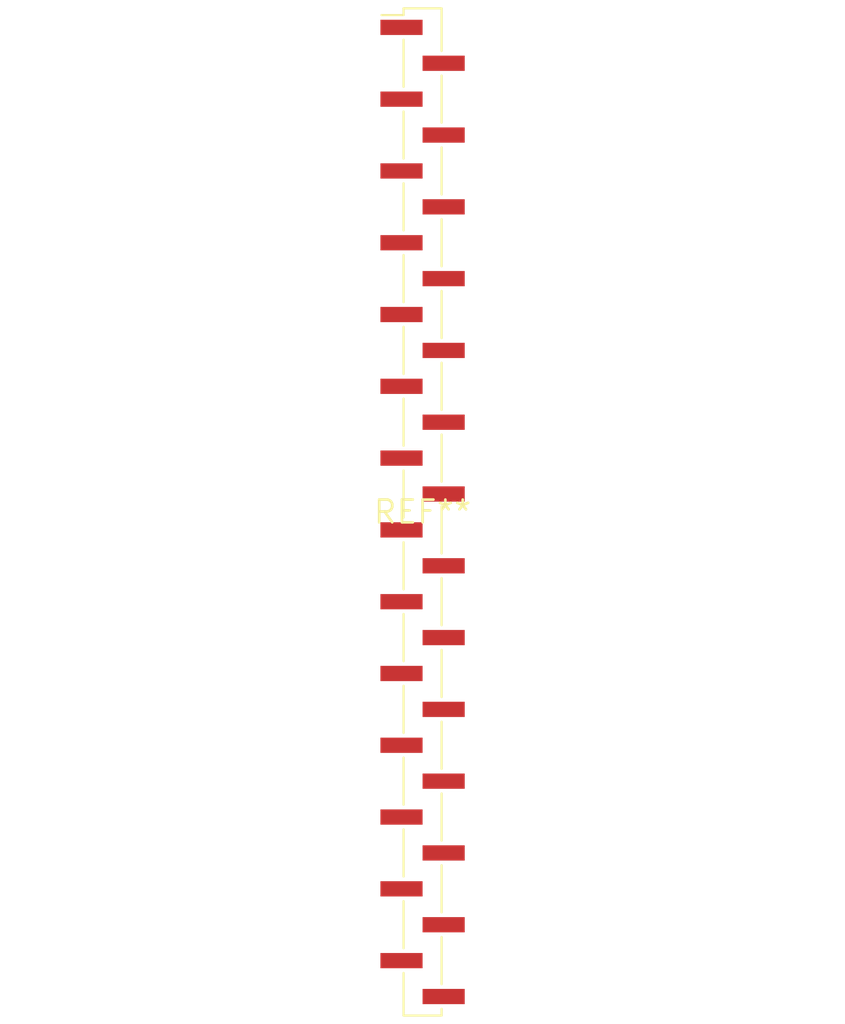
<source format=kicad_pcb>
(kicad_pcb (version 20240108) (generator pcbnew)
  (layers (0 "F.Cu" signal) (31 "B.Cu" signal) (34 "B.Paste" user) (35 "F.Paste" user) (36 "B.SilkS" user "B.Silkscreen") (37 "F.SilkS" user "F.Silkscreen") (38 "B.Mask" user) (39 "F.Mask" user) (44 "Edge.Cuts" user))
  (net 0 "")
  (footprint "PinHeader_1x28_P2.00mm_Vertical_SMD_Pin1Left" (layer "F.Cu") (at 0 0)
    (property "Reference" "REF**")
    (property "Value" "PinHeader_1x28_P2.00mm_Vertical_SMD_Pin1Left")
    (fp_line (start -1.06 -28.06) (end -1.06 -27.685) (layer "F.SilkS") (stroke (width 0.12)))
    (fp_line (start -1.06 -28.06) (end 1.06 -28.06) (layer "F.SilkS") (stroke (width 0.12)))
    (fp_line (start -1.06 -27.685) (end -2.29 -27.685) (layer "F.SilkS") (stroke (width 0.12)))
    (fp_line (start -1.06 -26.315) (end -1.06 -23.685) (layer "F.SilkS") (stroke (width 0.12)))
    (fp_line (start -1.06 -22.315) (end -1.06 -19.685) (layer "F.SilkS") (stroke (width 0.12)))
    (fp_line (start -1.06 -18.315) (end -1.06 -15.685) (layer "F.SilkS") (stroke (width 0.12)))
    (fp_line (start -1.06 -14.315) (end -1.06 -11.685) (layer "F.SilkS") (stroke (width 0.12)))
    (fp_line (start -1.06 -10.315) (end -1.06 -7.685) (layer "F.SilkS") (stroke (width 0.12)))
    (fp_line (start -1.06 -6.315) (end -1.06 -3.685) (layer "F.SilkS") (stroke (width 0.12)))
    (fp_line (start -1.06 -2.315) (end -1.06 0.315) (layer "F.SilkS") (stroke (width 0.12)))
    (fp_line (start -1.06 1.685) (end -1.06 4.315) (layer "F.SilkS") (stroke (width 0.12)))
    (fp_line (start -1.06 5.685) (end -1.06 8.315) (layer "F.SilkS") (stroke (width 0.12)))
    (fp_line (start -1.06 9.685) (end -1.06 12.315) (layer "F.SilkS") (stroke (width 0.12)))
    (fp_line (start -1.06 13.685) (end -1.06 16.315) (layer "F.SilkS") (stroke (width 0.12)))
    (fp_line (start -1.06 17.685) (end -1.06 20.315) (layer "F.SilkS") (stroke (width 0.12)))
    (fp_line (start -1.06 21.685) (end -1.06 24.315) (layer "F.SilkS") (stroke (width 0.12)))
    (fp_line (start -1.06 25.685) (end -1.06 28.06) (layer "F.SilkS") (stroke (width 0.12)))
    (fp_line (start -1.06 28.06) (end 1.06 28.06) (layer "F.SilkS") (stroke (width 0.12)))
    (fp_line (start 1.06 -28.06) (end 1.06 -25.685) (layer "F.SilkS") (stroke (width 0.12)))
    (fp_line (start 1.06 -24.315) (end 1.06 -21.685) (layer "F.SilkS") (stroke (width 0.12)))
    (fp_line (start 1.06 -20.315) (end 1.06 -17.685) (layer "F.SilkS") (stroke (width 0.12)))
    (fp_line (start 1.06 -16.315) (end 1.06 -13.685) (layer "F.SilkS") (stroke (width 0.12)))
    (fp_line (start 1.06 -12.315) (end 1.06 -9.685) (layer "F.SilkS") (stroke (width 0.12)))
    (fp_line (start 1.06 -8.315) (end 1.06 -5.685) (layer "F.SilkS") (stroke (width 0.12)))
    (fp_line (start 1.06 -4.315) (end 1.06 -1.685) (layer "F.SilkS") (stroke (width 0.12)))
    (fp_line (start 1.06 -0.315) (end 1.06 2.315) (layer "F.SilkS") (stroke (width 0.12)))
    (fp_line (start 1.06 3.685) (end 1.06 6.315) (layer "F.SilkS") (stroke (width 0.12)))
    (fp_line (start 1.06 7.685) (end 1.06 10.315) (layer "F.SilkS") (stroke (width 0.12)))
    (fp_line (start 1.06 11.685) (end 1.06 14.315) (layer "F.SilkS") (stroke (width 0.12)))
    (fp_line (start 1.06 15.685) (end 1.06 18.315) (layer "F.SilkS") (stroke (width 0.12)))
    (fp_line (start 1.06 19.685) (end 1.06 22.315) (layer "F.SilkS") (stroke (width 0.12)))
    (fp_line (start 1.06 23.685) (end 1.06 26.315) (layer "F.SilkS") (stroke (width 0.12)))
    (fp_line (start 1.06 27.685) (end 1.06 28.06) (layer "F.SilkS") (stroke (width 0.12)))
    (pad "1" smd rect (at -1.175 -27) (size 2.35 0.85) (layers "F.Cu" "F.Paste" "F.Mask"))
    (pad "2" smd rect (at 1.175 -25) (size 2.35 0.85) (layers "F.Cu" "F.Paste" "F.Mask"))
    (pad "3" smd rect (at -1.175 -23) (size 2.35 0.85) (layers "F.Cu" "F.Paste" "F.Mask"))
    (pad "4" smd rect (at 1.175 -21) (size 2.35 0.85) (layers "F.Cu" "F.Paste" "F.Mask"))
    (pad "5" smd rect (at -1.175 -19) (size 2.35 0.85) (layers "F.Cu" "F.Paste" "F.Mask"))
    (pad "6" smd rect (at 1.175 -17) (size 2.35 0.85) (layers "F.Cu" "F.Paste" "F.Mask"))
    (pad "7" smd rect (at -1.175 -15) (size 2.35 0.85) (layers "F.Cu" "F.Paste" "F.Mask"))
    (pad "8" smd rect (at 1.175 -13) (size 2.35 0.85) (layers "F.Cu" "F.Paste" "F.Mask"))
    (pad "9" smd rect (at -1.175 -11) (size 2.35 0.85) (layers "F.Cu" "F.Paste" "F.Mask"))
    (pad "10" smd rect (at 1.175 -9) (size 2.35 0.85) (layers "F.Cu" "F.Paste" "F.Mask"))
    (pad "11" smd rect (at -1.175 -7) (size 2.35 0.85) (layers "F.Cu" "F.Paste" "F.Mask"))
    (pad "12" smd rect (at 1.175 -5) (size 2.35 0.85) (layers "F.Cu" "F.Paste" "F.Mask"))
    (pad "13" smd rect (at -1.175 -3) (size 2.35 0.85) (layers "F.Cu" "F.Paste" "F.Mask"))
    (pad "14" smd rect (at 1.175 -1) (size 2.35 0.85) (layers "F.Cu" "F.Paste" "F.Mask"))
    (pad "15" smd rect (at -1.175 1) (size 2.35 0.85) (layers "F.Cu" "F.Paste" "F.Mask"))
    (pad "16" smd rect (at 1.175 3) (size 2.35 0.85) (layers "F.Cu" "F.Paste" "F.Mask"))
    (pad "17" smd rect (at -1.175 5) (size 2.35 0.85) (layers "F.Cu" "F.Paste" "F.Mask"))
    (pad "18" smd rect (at 1.175 7) (size 2.35 0.85) (layers "F.Cu" "F.Paste" "F.Mask"))
    (pad "19" smd rect (at -1.175 9) (size 2.35 0.85) (layers "F.Cu" "F.Paste" "F.Mask"))
    (pad "20" smd rect (at 1.175 11) (size 2.35 0.85) (layers "F.Cu" "F.Paste" "F.Mask"))
    (pad "21" smd rect (at -1.175 13) (size 2.35 0.85) (layers "F.Cu" "F.Paste" "F.Mask"))
    (pad "22" smd rect (at 1.175 15) (size 2.35 0.85) (layers "F.Cu" "F.Paste" "F.Mask"))
    (pad "23" smd rect (at -1.175 17) (size 2.35 0.85) (layers "F.Cu" "F.Paste" "F.Mask"))
    (pad "24" smd rect (at 1.175 19) (size 2.35 0.85) (layers "F.Cu" "F.Paste" "F.Mask"))
    (pad "25" smd rect (at -1.175 21) (size 2.35 0.85) (layers "F.Cu" "F.Paste" "F.Mask"))
    (pad "26" smd rect (at 1.175 23) (size 2.35 0.85) (layers "F.Cu" "F.Paste" "F.Mask"))
    (pad "27" smd rect (at -1.175 25) (size 2.35 0.85) (layers "F.Cu" "F.Paste" "F.Mask"))
    (pad "28" smd rect (at 1.175 27) (size 2.35 0.85) (layers "F.Cu" "F.Paste" "F.Mask"))
  )
)
</source>
